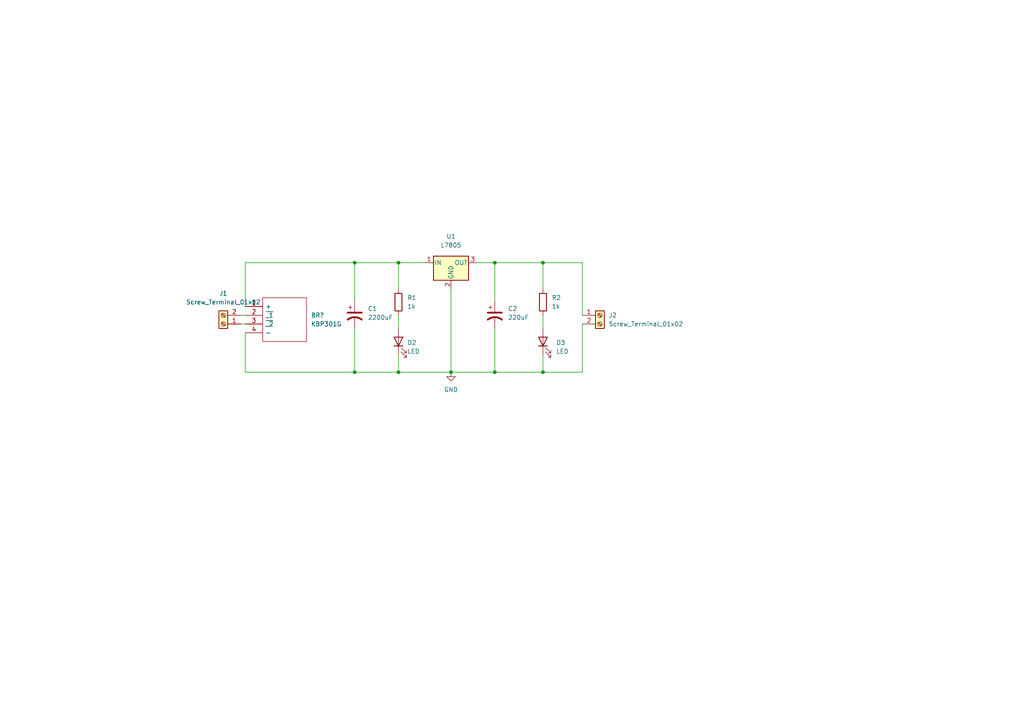
<source format=kicad_sch>
(kicad_sch (version 20211123) (generator eeschema)
  (paper "A4")
  (lib_symbols
    (symbol "Connector:Screw_Terminal_01x02" (pin_names (offset 1.016) hide)
      (property "Reference" "J" (at 0 2.54 0))
      (property "Value" "Screw_Terminal_01x02" (at 0 -5.08 0))
      (symbol "Screw_Terminal_01x02_1_1"
        (rectangle (start -1.27 1.27) (end 1.27 -3.81) (stroke (width 0.254)) (fill (type background)))
        (circle (center 0 -2.54) (radius 0.635) (stroke (width 0.1524)))
        (polyline (pts (xy -0.5334 -2.2098) (xy 0.3302 -3.048)) (stroke (width 0.1524)))
        (polyline (pts (xy -0.5334 0.3302) (xy 0.3302 -0.508)) (stroke (width 0.1524)))
        (polyline (pts (xy -0.3556 -2.032) (xy 0.508 -2.8702)) (stroke (width 0.1524)))
        (polyline (pts (xy -0.3556 0.508) (xy 0.508 -0.3302)) (stroke (width 0.1524)))
        (circle (center 0 0) (radius 0.635) (stroke (width 0.1524)))
        (pin passive line (at -5.08 0 0) (length 3.81) (name "Pin_1") (number "1"))
        (pin passive line (at -5.08 -2.54 0) (length 3.81) (name "Pin_2") (number "2"))
      )
    )
    (symbol "Device:C_Polarized_US" (pin_numbers hide) (pin_names (offset 0.254) hide)
      (property "Reference" "C" (at 0.635 2.54 0))
      (property "Value" "C_Polarized_US" (at 0.635 -2.54 0))
      (symbol "C_Polarized_US_0_1"
        (polyline (pts (xy -2.032 0.762) (xy 2.032 0.762)) (stroke (width 0.508)))
        (polyline (pts (xy -1.778 2.286) (xy -0.762 2.286)))
        (polyline (pts (xy -1.27 1.778) (xy -1.27 2.794)))
        (arc (start 2.032 -1.27) (mid 0 -0.5572) (end -2.032 -1.27) (stroke (width 0.508)))
      )
      (symbol "C_Polarized_US_1_1"
        (pin passive line (at 0 3.81 270) (length 2.794) (name "~") (number "1"))
        (pin passive line (at 0 -3.81 90) (length 3.302) (name "~") (number "2"))
      )
    )
    (symbol "Device:LED" (pin_numbers hide) (pin_names (offset 1.016) hide)
      (property "Reference" "D" (at 0 2.54 0))
      (property "Value" "LED" (at 0 -2.54 0))
      (symbol "LED_0_1"
        (polyline (pts (xy -1.27 -1.27) (xy -1.27 1.27)) (stroke (width 0.254)))
        (polyline (pts (xy -1.27 0) (xy 1.27 0)))
        (polyline (pts (xy 1.27 -1.27) (xy 1.27 1.27) (xy -1.27 0) (xy 1.27 -1.27)) (stroke (width 0.254)))
        (polyline (pts (xy -3.048 -0.762) (xy -4.572 -2.286) (xy -3.81 -2.286) (xy -4.572 -2.286) (xy -4.572 -1.524)))
        (polyline (pts (xy -1.778 -0.762) (xy -3.302 -2.286) (xy -2.54 -2.286) (xy -3.302 -2.286) (xy -3.302 -1.524)))
      )
      (symbol "LED_1_1"
        (pin passive line (at -3.81 0 0) (length 2.54) (name "K") (number "1"))
        (pin passive line (at 3.81 0 180) (length 2.54) (name "A") (number "2"))
      )
    )
    (symbol "Device:R" (pin_numbers hide) (pin_names (offset 0))
      (property "Reference" "R" (at 2.032 0 90))
      (property "Value" "R" (at 0 0 90))
      (symbol "R_0_1"
        (rectangle (start -1.016 -2.54) (end 1.016 2.54) (stroke (width 0.254)))
      )
      (symbol "R_1_1"
        (pin passive line (at 0 3.81 270) (length 1.27) (name "~") (number "1"))
        (pin passive line (at 0 -3.81 90) (length 1.27) (name "~") (number "2"))
      )
    )
    (symbol "KBP301G:KBP301G" (pin_names (offset 0.762))
      (property "Reference" "BR" (at 19.05 7.62 0))
      (property "Value" "KBP301G" (at 19.05 5.08 0))
      (symbol "KBP301G_0_0"
        (pin passive line (at 0 0 0) (length 5.08) (name "+") (number "1"))
        (pin passive line (at 0 -2.54 0) (length 5.08) (name "~{_1}") (number "2"))
        (pin passive line (at 0 -5.08 0) (length 5.08) (name "~{_2}") (number "3"))
        (pin passive line (at 0 -7.62 0) (length 5.08) (name "-") (number "4"))
      )
      (symbol "KBP301G_0_1"
        (polyline (pts (xy 5.08 2.54) (xy 17.78 2.54) (xy 17.78 -10.16) (xy 5.08 -10.16) (xy 5.08 2.54)) (stroke (width 0.1524)))
      )
    )
    (symbol "Regulator_Linear:L7805" (pin_names (offset 0.254))
      (property "Reference" "U" (at -3.81 3.175 0))
      (property "Value" "L7805" (at 0 3.175 0))
      (symbol "L7805_0_1"
        (rectangle (start -5.08 1.905) (end 5.08 -5.08) (stroke (width 0.254)) (fill (type background)))
      )
      (symbol "L7805_1_1"
        (pin power_in line (at -7.62 0 0) (length 2.54) (name "IN") (number "1"))
        (pin power_in line (at 0 -7.62 90) (length 2.54) (name "GND") (number "2"))
        (pin power_out line (at 7.62 0 180) (length 2.54) (name "OUT") (number "3"))
      )
    )
    (symbol "power:GND" (power) (pin_names (offset 0))
      (property "Value" "GND" (at 0 -3.81 0))
      (symbol "GND_0_1"
        (polyline (pts (xy 0 0) (xy 0 -1.27) (xy 1.27 -1.27) (xy 0 -2.54) (xy -1.27 -1.27) (xy 0 -1.27)))
      )
      (symbol "GND_1_1"
        (pin power_in line (at 0 0 270) (length 0) hide (name "GND") (number "1"))
      )
    )
  )
  (junction (at 130.81 107.95))
  (junction (at 157.48 107.95))
  (junction (at 115.57 76.2))
  (junction (at 143.51 76.2))
  (junction (at 143.51 107.95))
  (junction (at 102.87 76.2))
  (junction (at 102.87 107.95))
  (junction (at 115.57 107.95))
  (junction (at 157.48 76.2))
  (wire (pts (xy 71.12 76.2) (xy 71.12 88.9)))
  (wire (pts (xy 168.91 107.95) (xy 168.91 93.98)))
  (wire (pts (xy 157.48 107.95) (xy 168.91 107.95)))
  (wire (pts (xy 157.48 102.87) (xy 157.48 107.95)))
  (wire (pts (xy 115.57 76.2) (xy 115.57 83.82)))
  (wire (pts (xy 71.12 96.52) (xy 71.12 107.95)))
  (wire (pts (xy 115.57 76.2) (xy 123.19 76.2)))
  (wire (pts (xy 143.51 95.25) (xy 143.51 107.95)))
  (wire (pts (xy 157.48 91.44) (xy 157.48 95.25)))
  (wire (pts (xy 115.57 102.87) (xy 115.57 107.95)))
  (wire (pts (xy 143.51 76.2) (xy 157.48 76.2)))
  (wire (pts (xy 157.48 76.2) (xy 168.91 76.2)))
  (wire (pts (xy 168.91 76.2) (xy 168.91 91.44)))
  (wire (pts (xy 115.57 91.44) (xy 115.57 95.25)))
  (wire (pts (xy 143.51 76.2) (xy 143.51 87.63)))
  (wire (pts (xy 115.57 107.95) (xy 102.87 107.95)))
  (wire (pts (xy 138.43 76.2) (xy 143.51 76.2)))
  (wire (pts (xy 69.85 93.98) (xy 71.12 93.98)))
  (wire (pts (xy 71.12 76.2) (xy 102.87 76.2)))
  (wire (pts (xy 157.48 107.95) (xy 143.51 107.95)))
  (wire (pts (xy 157.48 76.2) (xy 157.48 83.82)))
  (wire (pts (xy 102.87 107.95) (xy 102.87 95.25)))
  (wire (pts (xy 130.81 107.95) (xy 115.57 107.95)))
  (wire (pts (xy 130.81 83.82) (xy 130.81 107.95)))
  (wire (pts (xy 71.12 91.44) (xy 69.85 91.44)))
  (wire (pts (xy 102.87 76.2) (xy 102.87 87.63)))
  (wire (pts (xy 102.87 76.2) (xy 115.57 76.2)))
  (wire (pts (xy 71.12 107.95) (xy 102.87 107.95)))
  (wire (pts (xy 143.51 107.95) (xy 130.81 107.95)))
  (symbol (lib_id "Connector:Screw_Terminal_01x02") (at 173.99 91.44 0) (unit 1)
    (property "Reference" "J2" (at 176.53 91.4399 0) (effects (justify left)))
    (property "Value" "Screw_Terminal_01x02" (at 176.53 93.9799 0) (effects (justify left)))
    (property "Footprint" "TerminalBlock_Phoenix:TerminalBlock_Phoenix_MKDS-3-2-5.08_1x02_P5.08mm_Horizontal" (effects hide))
  )
  (symbol (lib_id "Device:R") (at 115.57 87.63 0) (unit 1)
    (property "Reference" "R1" (at 118.11 86.3599 0) (effects (justify left)))
    (property "Value" "1k" (at 118.11 88.8999 0) (effects (justify left)))
    (property "Footprint" "Resistor_THT:R_Axial_DIN0204_L3.6mm_D1.6mm_P7.62mm_Horizontal" (effects hide))
  )
  (symbol (lib_id "Device:R") (at 157.48 87.63 0) (unit 1)
    (property "Reference" "R2" (at 160.02 86.3599 0) (effects (justify left)))
    (property "Value" "1k" (at 160.02 88.8999 0) (effects (justify left)))
    (property "Footprint" "Resistor_THT:R_Axial_DIN0204_L3.6mm_D1.6mm_P7.62mm_Horizontal" (effects hide))
  )
  (symbol (lib_id "Device:LED") (at 115.57 99.06 90) (unit 1)
    (property "Reference" "D2" (at 118.11 99.3774 90) (effects (justify right)))
    (property "Value" "LED" (at 118.11 101.9174 90) (effects (justify right)))
    (property "Footprint" "LED_THT:LED_D5.0mm" (effects hide))
  )
  (symbol (lib_id "KBP301G:KBP301G") (at 71.12 88.9 0) (unit 1)
    (property "Reference" "BR?" (at 90.17 91.4399 0) (effects (justify left)))
    (property "Value" "KBP301G" (at 90.17 93.9799 0) (effects (justify left)))
    (property "Footprint" "KBP301G" (effects hide))
    (property "Datasheet" "https://componentsearchengine.com/Datasheets/1/KBP301G.pdf" (effects hide))
    (property "Description" "Taiwan Semiconductor KBP301G, Bridge Rectifier, 3A 50V, 4-Pin KBP/002" (effects hide))
    (property "Height" "11.68" (effects hide))
    (property "Manufacturer_Name" "Taiwan Semiconductor" (effects hide))
    (property "Manufacturer_Part_Number" "KBP301G" (effects hide))
    (property "Mouser Part Number" "821-KBP301G" (effects hide))
    (property "Mouser Price/Stock" "https://www.mouser.com/Search/Refine.aspx?Keyword=821-KBP301G" (effects hide))
  )
  (symbol (lib_id "power:GND") (at 130.81 107.95 0) (unit 1)
    (property "Reference" "#PWR01" (effects hide))
    (property "Value" "GND" (at 130.81 113.03 0))
  )
  (symbol (lib_id "Regulator_Linear:L7805") (at 130.81 76.2 0) (unit 1)
    (property "Reference" "U1" (at 130.81 68.58 0))
    (property "Value" "L7805" (at 130.81 71.12 0))
    (property "Footprint" "Package_TO_SOT_THT:TO-220-3_Vertical" (effects hide))
    (property "Datasheet" "http://www.st.com/content/ccc/resource/technical/document/datasheet/41/4f/b3/b0/12/d4/47/88/CD00000444.pdf/files/CD00000444.pdf/jcr:content/translations/en.CD00000444.pdf" (effects hide))
  )
  (symbol (lib_id "Connector:Screw_Terminal_01x02") (at 64.77 93.98 180) (unit 1)
    (property "Reference" "J1" (at 64.77 85.09 0))
    (property "Value" "Screw_Terminal_01x02" (at 64.77 87.63 0))
    (property "Footprint" "TerminalBlock_Phoenix:TerminalBlock_Phoenix_MKDS-3-2-5.08_1x02_P5.08mm_Horizontal" (effects hide))
  )
  (symbol (lib_id "Device:C_Polarized_US") (at 102.87 91.44 0) (unit 1)
    (property "Reference" "C1" (at 106.68 89.5349 0) (effects (justify left)))
    (property "Value" "2200uF" (at 106.68 92.0749 0) (effects (justify left)))
    (property "Footprint" "Capacitor_THT:CP_Radial_D10.0mm_P3.50mm" (effects hide))
  )
  (symbol (lib_id "Device:LED") (at 157.48 99.06 90) (unit 1)
    (property "Reference" "D3" (at 161.29 99.3774 90) (effects (justify right)))
    (property "Value" "LED" (at 161.29 101.9174 90) (effects (justify right)))
    (property "Footprint" "LED_THT:LED_D5.0mm" (effects hide))
  )
  (symbol (lib_id "Device:C_Polarized_US") (at 143.51 91.44 0) (unit 1)
    (property "Reference" "C2" (at 147.32 89.5349 0) (effects (justify left)))
    (property "Value" "220uF" (at 147.32 92.0749 0) (effects (justify left)))
    (property "Footprint" "Capacitor_THT:CP_Radial_D10.0mm_P3.50mm" (effects hide))
  )
)
</source>
